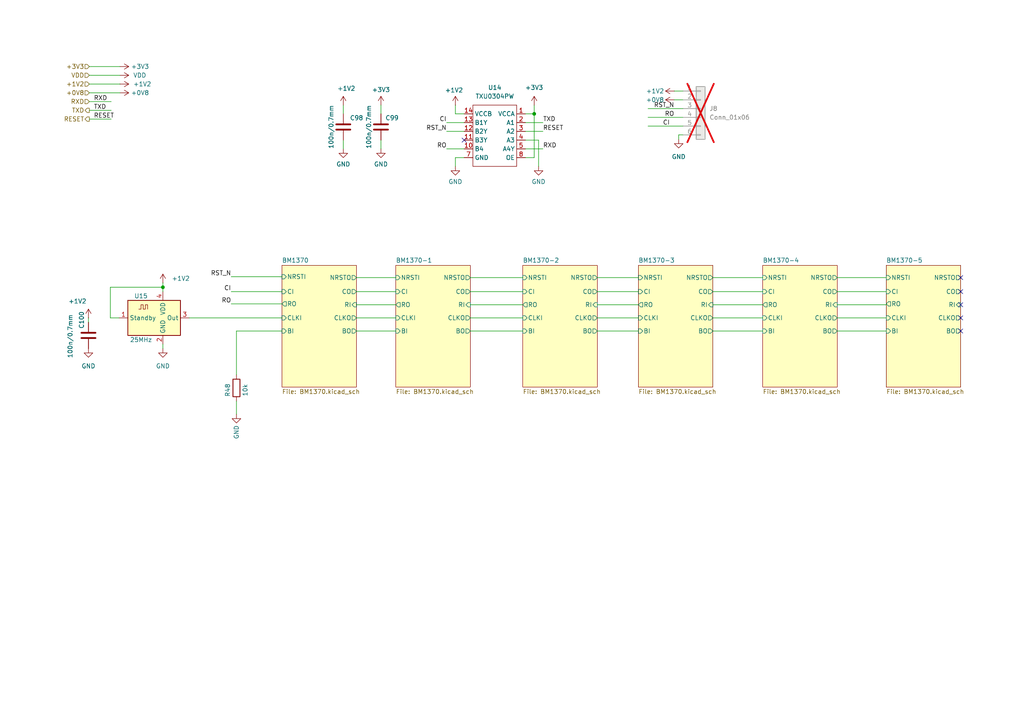
<source format=kicad_sch>
(kicad_sch (version 20231120) (generator "eeschema") (generator_version "8.0")
  (paper "A4")
  (lib_symbols
    (symbol "+3V3_1" (power) (pin_numbers hide) (pin_names (offset 0) hide)
      (property "Value" "+3V3" (at 0 3.556 0))
      (symbol "+3V3_1_0_1"
        (polyline (pts (xy -0.762 1.27) (xy 0 2.54)))
        (polyline (pts (xy 0 0) (xy 0 2.54)))
        (polyline (pts (xy 0 2.54) (xy 0.762 1.27)))
      )
      (symbol "+3V3_1_1_1"
        (pin power_in line (at 0 0 90) (length 0) (name "~") (number "1"))
      )
    )
    (symbol "Connector_Generic:Conn_01x06" (pin_names (offset 1.016) hide)
      (property "Reference" "J" (at 0 7.62 0))
      (property "Value" "Conn_01x06" (at 0 -10.16 0))
      (symbol "Conn_01x06_1_1"
        (rectangle (start -1.27 -7.493) (end 0 -7.747) (stroke (width 0.1524)))
        (rectangle (start -1.27 -4.953) (end 0 -5.207) (stroke (width 0.1524)))
        (rectangle (start -1.27 -2.413) (end 0 -2.667) (stroke (width 0.1524)))
        (rectangle (start -1.27 0.127) (end 0 -0.127) (stroke (width 0.1524)))
        (rectangle (start -1.27 2.667) (end 0 2.413) (stroke (width 0.1524)))
        (rectangle (start -1.27 5.207) (end 0 4.953) (stroke (width 0.1524)))
        (rectangle (start -1.27 6.35) (end 1.27 -8.89) (stroke (width 0.254)) (fill (type background)))
        (pin passive line (at -5.08 5.08 0) (length 3.81) (name "Pin_1") (number "1"))
        (pin passive line (at -5.08 2.54 0) (length 3.81) (name "Pin_2") (number "2"))
        (pin passive line (at -5.08 0 0) (length 3.81) (name "Pin_3") (number "3"))
        (pin passive line (at -5.08 -2.54 0) (length 3.81) (name "Pin_4") (number "4"))
        (pin passive line (at -5.08 -5.08 0) (length 3.81) (name "Pin_5") (number "5"))
        (pin passive line (at -5.08 -7.62 0) (length 3.81) (name "Pin_6") (number "6"))
      )
    )
    (symbol "Device:C" (pin_numbers hide) (pin_names (offset 0.254))
      (property "Reference" "C" (at 0.635 2.54 0))
      (property "Value" "C" (at 0.635 -2.54 0))
      (symbol "C_0_1"
        (polyline (pts (xy -2.032 -0.762) (xy 2.032 -0.762)) (stroke (width 0.508)))
        (polyline (pts (xy -2.032 0.762) (xy 2.032 0.762)) (stroke (width 0.508)))
      )
      (symbol "C_1_1"
        (pin passive line (at 0 3.81 270) (length 2.794) (name "~") (number "1"))
        (pin passive line (at 0 -3.81 90) (length 2.794) (name "~") (number "2"))
      )
    )
    (symbol "Device:R" (pin_numbers hide) (pin_names (offset 0))
      (property "Reference" "R" (at 2.032 0 90))
      (property "Value" "R" (at 0 0 90))
      (symbol "R_0_1"
        (rectangle (start -1.016 -2.54) (end 1.016 2.54) (stroke (width 0.254)))
      )
      (symbol "R_1_1"
        (pin passive line (at 0 3.81 270) (length 1.27) (name "~") (number "1"))
        (pin passive line (at 0 -3.81 90) (length 1.27) (name "~") (number "2"))
      )
    )
    (symbol "GND_2" (power) (pin_names (offset 0))
      (property "Value" "GND_2" (at 0 -3.81 0))
      (symbol "GND_2_0_1"
        (polyline (pts (xy 0 0) (xy 0 -1.27) (xy 1.27 -1.27) (xy 0 -2.54) (xy -1.27 -1.27) (xy 0 -1.27)))
      )
      (symbol "GND_2_1_1"
        (pin power_in line (at 0 0 270) (length 0) hide (name "GND") (number "1"))
      )
    )
    (symbol "GND_3" (power) (pin_names (offset 0))
      (property "Value" "GND_3" (at 0 -3.81 0))
      (symbol "GND_3_0_1"
        (polyline (pts (xy 0 0) (xy 0 -1.27) (xy 1.27 -1.27) (xy 0 -2.54) (xy -1.27 -1.27) (xy 0 -1.27)))
      )
      (symbol "GND_3_1_1"
        (pin power_in line (at 0 0 270) (length 0) hide (name "GND") (number "1"))
      )
    )
    (symbol "GND_4" (power) (pin_names (offset 0))
      (property "Value" "GND_4" (at 0 -3.81 0))
      (symbol "GND_4_0_1"
        (polyline (pts (xy 0 0) (xy 0 -1.27) (xy 1.27 -1.27) (xy 0 -2.54) (xy -1.27 -1.27) (xy 0 -1.27)))
      )
      (symbol "GND_4_1_1"
        (pin power_in line (at 0 0 270) (length 0) hide (name "GND") (number "1"))
      )
    )
    (symbol "GND_5" (power) (pin_names (offset 0))
      (property "Value" "GND_5" (at 0 -3.81 0))
      (symbol "GND_5_0_1"
        (polyline (pts (xy 0 0) (xy 0 -1.27) (xy 1.27 -1.27) (xy 0 -2.54) (xy -1.27 -1.27) (xy 0 -1.27)))
      )
      (symbol "GND_5_1_1"
        (pin power_in line (at 0 0 270) (length 0) hide (name "GND") (number "1"))
      )
    )
    (symbol "GND_8" (power) (pin_names (offset 0))
      (property "Value" "GND_8" (at 0 -3.81 0))
      (symbol "GND_8_0_1"
        (polyline (pts (xy 0 0) (xy 0 -1.27) (xy 1.27 -1.27) (xy 0 -2.54) (xy -1.27 -1.27) (xy 0 -1.27)))
      )
      (symbol "GND_8_1_1"
        (pin power_in line (at 0 0 270) (length 0) hide (name "GND") (number "1"))
      )
    )
    (symbol "Oscillator:ASDMB-xxxMHz"
      (property "Reference" "U" (at -6.35 6.35 0))
      (property "Value" "ASDMB-xxxMHz" (at 11.43 6.35 0))
      (symbol "ASDMB-xxxMHz_1_1"
        (rectangle (start -7.62 5.08) (end 7.62 -5.08) (stroke (width 0.254)) (fill (type background)))
        (polyline (pts (xy -4.445 2.54) (xy -3.81 2.54) (xy -3.81 3.81) (xy -3.175 3.81) (xy -3.175 2.54) (xy -2.54 2.54) (xy -2.54 3.81) (xy -1.905 3.81) (xy -1.905 2.54)))
        (pin input line (at -10.16 0 0) (length 2.54) (name "Standby") (number "1"))
        (pin power_in line (at 2.54 -7.62 90) (length 2.54) (name "GND") (number "2"))
        (pin output line (at 10.16 0 180) (length 2.54) (name "Out") (number "3"))
        (pin power_in line (at 2.54 7.62 270) (length 2.54) (name "VDD") (number "4"))
      )
    )
    (symbol "mylib7:+0V8" (power) (exclude_from_sim yes) (in_bom no) (on_board no)
      (property "Value" "+0V8" (at 0 3.175 90))
      (symbol "+0V8_0_1"
        (polyline (pts (xy -0.762 1.27) (xy 0 2.54)))
        (polyline (pts (xy 0 0) (xy 0 2.54)))
        (polyline (pts (xy 0 2.54) (xy 0.762 1.27)))
      )
      (symbol "+0V8_1_1"
        (pin power_in line (at 0 0 90) (length 0) hide (name "+0V8") (number "1"))
      )
    )
    (symbol "mylib7:TXU0304"
      (property "Reference" "U" (at -1.27 8.382 0))
      (property "Value" "TXU0304PW" (at -10.16 2.54 0))
      (symbol "TXU0304_0_1"
        (rectangle (start -7.62 7.62) (end 5.08 -10.16))
      )
      (symbol "TXU0304_1_1"
        (pin power_in line (at -10.16 5.08 0) (length 2.54) (name "VCCA") (number "1"))
        (pin input line (at 7.62 -5.08 180) (length 2.54) (name "B4") (number "10"))
        (pin output line (at 7.62 -2.54 180) (length 2.54) (name "B3Y") (number "11"))
        (pin output line (at 7.62 0 180) (length 2.54) (name "B2Y") (number "12"))
        (pin output line (at 7.62 2.54 180) (length 2.54) (name "B1Y") (number "13"))
        (pin power_in line (at 7.62 5.08 180) (length 2.54) (name "VCCB") (number "14"))
        (pin input line (at -10.16 2.54 0) (length 2.54) (name "A1") (number "2"))
        (pin input line (at -10.16 0 0) (length 2.54) (name "A2") (number "3"))
        (pin input line (at -10.16 -2.54 0) (length 2.54) (name "A3") (number "4"))
        (pin output line (at -10.16 -5.08 0) (length 2.54) (name "A4Y") (number "5"))
        (pin passive line (at 7.62 -7.62 180) (length 2.54) (name "GND") (number "7"))
        (pin input line (at -10.16 -7.62 0) (length 2.54) (name "OE") (number "8"))
      )
    )
    (symbol "power:+1V2" (power) (pin_numbers hide) (pin_names (offset 0) hide)
      (property "Value" "+1V2" (at 0 3.556 0))
      (symbol "+1V2_0_1"
        (polyline (pts (xy -0.762 1.27) (xy 0 2.54)))
        (polyline (pts (xy 0 0) (xy 0 2.54)))
        (polyline (pts (xy 0 2.54) (xy 0.762 1.27)))
      )
      (symbol "+1V2_1_1"
        (pin power_in line (at 0 0 90) (length 0) (name "~") (number "1"))
      )
    )
    (symbol "power:+3V3" (power) (pin_names (offset 0))
      (property "Value" "+3V3" (at 0 3.556 0))
      (symbol "+3V3_0_1"
        (polyline (pts (xy -0.762 1.27) (xy 0 2.54)))
        (polyline (pts (xy 0 0) (xy 0 2.54)))
        (polyline (pts (xy 0 2.54) (xy 0.762 1.27)))
      )
      (symbol "+3V3_1_1"
        (pin power_in line (at 0 0 90) (length 0) hide (name "+3V3") (number "1"))
      )
    )
    (symbol "power:GND" (power) (pin_names (offset 0))
      (property "Value" "GND" (at 0 -3.81 0))
      (symbol "GND_0_1"
        (polyline (pts (xy 0 0) (xy 0 -1.27) (xy 1.27 -1.27) (xy 0 -2.54) (xy -1.27 -1.27) (xy 0 -1.27)))
      )
      (symbol "GND_1_1"
        (pin power_in line (at 0 0 270) (length 0) hide (name "GND") (number "1"))
      )
    )
    (symbol "power:VDD" (power) (pin_numbers hide) (pin_names (offset 0) hide)
      (property "Value" "VDD" (at 0 3.556 0))
      (symbol "VDD_0_1"
        (polyline (pts (xy -0.762 1.27) (xy 0 2.54)))
        (polyline (pts (xy 0 0) (xy 0 2.54)))
        (polyline (pts (xy 0 2.54) (xy 0.762 1.27)))
      )
      (symbol "VDD_1_1"
        (pin power_in line (at 0 0 90) (length 0) (name "~") (number "1"))
      )
    )
  )
  (junction (at 154.94 33.02))
  (junction (at 47.244 83.312))
  (no_connect (at 278.638 92.202))
  (no_connect (at 278.638 80.518))
  (no_connect (at 278.638 84.582))
  (no_connect (at 134.62 40.64))
  (no_connect (at 278.638 96.012))
  (no_connect (at 278.638 88.392))
  (wire (pts (xy 257.048 88.392) (xy 257.048 88.138)))
  (wire (pts (xy 196.85 39.116) (xy 198.12 39.116)))
  (wire (pts (xy 103.378 84.582) (xy 114.808 84.582)))
  (wire (pts (xy 47.244 99.822) (xy 47.244 101.092)))
  (wire (pts (xy 67.056 88.138) (xy 81.788 88.138)))
  (wire (pts (xy 47.244 83.312) (xy 47.244 84.582)))
  (wire (pts (xy 257.048 92.202) (xy 242.824 92.202)))
  (wire (pts (xy 129.54 35.56) (xy 134.62 35.56)))
  (wire (pts (xy 68.58 96.012) (xy 81.788 96.012)))
  (wire (pts (xy 136.398 80.518) (xy 151.638 80.518)))
  (wire (pts (xy 110.49 40.64) (xy 110.49 43.18)))
  (wire (pts (xy 68.58 120.142) (xy 68.58 116.332)))
  (wire (pts (xy 221.234 96.012) (xy 206.756 96.012)))
  (wire (pts (xy 152.4 35.56) (xy 157.48 35.56)))
  (wire (pts (xy 25.908 24.384) (xy 34.798 24.384)))
  (wire (pts (xy 99.568 40.64) (xy 99.568 43.18)))
  (wire (pts (xy 154.94 33.02) (xy 152.4 33.02)))
  (wire (pts (xy 206.756 80.518) (xy 221.234 80.518)))
  (wire (pts (xy 195.58 28.956) (xy 198.12 28.956)))
  (wire (pts (xy 136.398 96.012) (xy 151.638 96.012)))
  (wire (pts (xy 47.244 82.042) (xy 47.244 83.312)))
  (wire (pts (xy 99.568 30.48) (xy 99.568 33.02)))
  (wire (pts (xy 221.234 88.392) (xy 206.756 88.392)))
  (wire (pts (xy 103.378 92.202) (xy 114.808 92.202)))
  (wire (pts (xy 257.048 84.582) (xy 242.824 84.582)))
  (wire (pts (xy 25.908 26.924) (xy 34.798 26.924)))
  (wire (pts (xy 103.378 88.392) (xy 114.808 88.392)))
  (wire (pts (xy 32.004 83.312) (xy 32.004 92.202)))
  (wire (pts (xy 67.056 84.582) (xy 81.788 84.582)))
  (wire (pts (xy 187.96 36.576) (xy 198.12 36.576)))
  (wire (pts (xy 32.004 92.202) (xy 34.544 92.202)))
  (wire (pts (xy 187.96 31.496) (xy 198.12 31.496)))
  (wire (pts (xy 132.08 45.72) (xy 132.08 48.26)))
  (wire (pts (xy 103.378 80.518) (xy 114.808 80.518)))
  (wire (pts (xy 136.398 84.582) (xy 151.638 84.582)))
  (wire (pts (xy 187.96 34.036) (xy 198.12 34.036)))
  (wire (pts (xy 242.824 96.012) (xy 257.048 96.012)))
  (wire (pts (xy 195.58 26.416) (xy 198.12 26.416)))
  (wire (pts (xy 173.228 84.582) (xy 185.166 84.582)))
  (wire (pts (xy 173.228 96.012) (xy 185.166 96.012)))
  (wire (pts (xy 154.94 45.72) (xy 154.94 33.02)))
  (wire (pts (xy 25.908 29.464) (xy 32.258 29.464)))
  (wire (pts (xy 156.21 48.26) (xy 156.21 40.64)))
  (wire (pts (xy 25.908 19.304) (xy 34.798 19.304)))
  (wire (pts (xy 25.908 21.844) (xy 34.798 21.844)))
  (wire (pts (xy 134.62 45.72) (xy 132.08 45.72)))
  (wire (pts (xy 173.228 92.202) (xy 185.166 92.202)))
  (wire (pts (xy 103.378 96.012) (xy 114.808 96.012)))
  (wire (pts (xy 173.228 88.392) (xy 185.166 88.392)))
  (wire (pts (xy 173.228 80.518) (xy 185.166 80.518)))
  (wire (pts (xy 152.4 43.18) (xy 157.48 43.18)))
  (wire (pts (xy 154.94 30.48) (xy 154.94 33.02)))
  (wire (pts (xy 136.398 92.202) (xy 151.638 92.202)))
  (wire (pts (xy 110.49 30.48) (xy 110.49 33.02)))
  (wire (pts (xy 242.824 88.392) (xy 257.048 88.392)))
  (wire (pts (xy 25.654 92.202) (xy 25.654 93.472)))
  (wire (pts (xy 54.864 92.202) (xy 81.788 92.202)))
  (wire (pts (xy 25.908 34.544) (xy 32.258 34.544)))
  (wire (pts (xy 25.908 32.004) (xy 32.258 32.004)))
  (wire (pts (xy 196.85 40.386) (xy 196.85 39.116)))
  (wire (pts (xy 47.244 83.312) (xy 32.004 83.312)))
  (wire (pts (xy 132.08 33.02) (xy 134.62 33.02)))
  (wire (pts (xy 68.58 108.712) (xy 68.58 96.012)))
  (wire (pts (xy 152.4 45.72) (xy 154.94 45.72)))
  (wire (pts (xy 242.824 80.518) (xy 257.048 80.518)))
  (wire (pts (xy 206.756 92.202) (xy 221.234 92.202)))
  (wire (pts (xy 129.54 43.18) (xy 134.62 43.18)))
  (wire (pts (xy 136.398 88.392) (xy 151.638 88.392)))
  (wire (pts (xy 129.54 38.1) (xy 134.62 38.1)))
  (wire (pts (xy 221.234 84.582) (xy 206.756 84.582)))
  (wire (pts (xy 132.08 30.48) (xy 132.08 33.02)))
  (wire (pts (xy 152.4 38.1) (xy 157.48 38.1)))
  (wire (pts (xy 156.21 40.64) (xy 152.4 40.64)))
  (wire (pts (xy 67.056 80.264) (xy 81.788 80.264)))
  (label "RST_N" (at 67.056 80.264 180))
  (label "TXD" (at 157.48 35.56 0))
  (label "TXD" (at 27.178 32.004 0))
  (label "CI" (at 194.31 36.576 180))
  (label "RXD" (at 157.48 43.18 0))
  (label "RO" (at 67.056 88.138 180))
  (label "RST_N" (at 129.54 38.1 180))
  (label "RO" (at 129.54 43.18 180))
  (label "RST_N" (at 195.58 31.496 180))
  (label "RESET" (at 157.48 38.1 0))
  (label "CI" (at 67.056 84.582 180))
  (label "RESET" (at 27.178 34.544 0))
  (label "RXD" (at 27.178 29.464 0))
  (label "RO" (at 195.58 34.036 180))
  (label "CI" (at 129.54 35.56 180))
  (hierarchical_label "RXD" (shape input) (at 25.908 29.464 180))
  (hierarchical_label "TXD" (shape output) (at 25.908 32.004 180))
  (hierarchical_label "+0V8" (shape input) (at 25.908 26.924 180))
  (hierarchical_label "VDD" (shape input) (at 25.908 21.844 180))
  (hierarchical_label "RESET" (shape output) (at 25.908 34.544 180))
  (hierarchical_label "+1V2" (shape input) (at 25.908 24.384 180))
  (hierarchical_label "+3V3" (shape input) (at 25.908 19.304 180))
  (symbol (lib_name "GND_8") (lib_id "power:GND") (at 196.85 40.386 0) (unit 1)
    (property "Reference" "#PWR0182" (effects (hide yes)))
    (property "Value" "GND" (at 196.85 45.466 0))
  )
  (symbol (lib_id "power:GND") (at 99.568 43.18 0) (mirror y) (unit 1)
    (property "Reference" "#PWR0174" (effects (hide yes)))
    (property "Value" "GND" (at 99.568 47.625 0))
  )
  (symbol (lib_id "Connector_Generic:Conn_01x06") (at 203.2 31.496 0) (unit 1) (in_bom no) (dnp yes)
    (property "Reference" "J8" (at 205.74 31.496 0) (effects (justify left)))
    (property "Value" "Conn_01x06" (at 205.74 34.036 0) (effects (justify left)))
    (property "Footprint" "Connector_PinHeader_1.27mm:PinHeader_1x06_P1.27mm_Vertical" (effects (hide yes)))
    (property "Distributor" "-" (effects (hide yes)))
  )
  (symbol (lib_id "power:GND") (at 110.49 43.18 0) (mirror y) (unit 1)
    (property "Reference" "#PWR0176" (effects (hide yes)))
    (property "Value" "GND" (at 110.49 47.625 0))
  )
  (symbol (lib_id "power:VDD") (at 34.798 21.844 270) (unit 1)
    (property "Reference" "#PWR0184" (effects (hide yes)))
    (property "Value" "VDD" (at 38.608 21.8439 90) (effects (justify left)))
    (property "Description" "Power symbol creates a global label with name \"VDD\"" (effects (hide yes)))
  )
  (symbol (lib_id "power:+1V2") (at 99.568 30.48 0) (unit 1)
    (property "Reference" "#PWR0173" (effects (hide yes)))
    (property "Value" "+1V2" (at 97.79 25.654 0) (effects (justify left)))
    (property "Description" "Power symbol creates a global label with name \"+1V2\"" (effects (hide yes)))
  )
  (symbol (lib_name "+3V3_1") (lib_id "power:+3V3") (at 154.94 30.48 0) (unit 1)
    (property "Reference" "#PWR0179" (effects (hide yes)))
    (property "Value" "+3V3" (at 154.94 25.4 0))
    (property "Description" "Power symbol creates a global label with name \"+3V3\"" (effects (hide yes)))
  )
  (symbol (lib_id "power:+3V3") (at 34.798 19.304 270) (unit 1)
    (property "Reference" "#PWR0183" (effects (hide yes)))
    (property "Value" "+3V3" (at 37.973 19.304 90) (effects (justify left)))
  )
  (symbol (lib_id "power:+1V2") (at 132.08 30.48 0) (unit 1)
    (property "Reference" "#PWR0177" (effects (hide yes)))
    (property "Value" "+1V2" (at 129.032 26.162 0) (effects (justify left)))
    (property "Description" "Power symbol creates a global label with name \"+1V2\"" (effects (hide yes)))
  )
  (symbol (lib_name "GND_2") (lib_id "power:GND") (at 25.654 101.092 0) (unit 1)
    (property "Reference" "#PWR0187" (effects (hide yes)))
    (property "Value" "GND" (at 25.654 106.172 0))
  )
  (symbol (lib_name "GND_4") (lib_id "power:GND") (at 68.58 120.142 0) (unit 1)
    (property "Reference" "#PWR0328" (effects (hide yes)))
    (property "Value" "GND" (at 68.58 123.317 90) (effects (justify right)))
  )
  (symbol (lib_id "power:+3V3") (at 110.49 30.48 0) (unit 1)
    (property "Reference" "#PWR0175" (effects (hide yes)))
    (property "Value" "+3V3" (at 110.49 26.035 0))
  )
  (symbol (lib_name "GND_5") (lib_id "power:GND") (at 156.21 48.26 0) (unit 1)
    (property "Reference" "#PWR0180" (effects (hide yes)))
    (property "Value" "GND" (at 156.21 52.705 0))
  )
  (symbol (lib_id "mylib7:+0V8") (at 34.798 26.924 270) (unit 1)
    (property "Reference" "#U04" (effects (hide yes)))
    (property "Value" "+0V8" (at 37.973 26.924 90) (effects (justify left)))
    (property "Distributor" "-" (effects (hide yes)))
  )
  (symbol (lib_id "power:+1V2") (at 195.58 26.416 90) (unit 1)
    (property "Reference" "#PWR0181" (effects (hide yes)))
    (property "Value" "+1V2" (at 189.992 26.416 90))
    (property "Description" "Power symbol creates a global label with name \"+1V2\"" (effects (hide yes)))
  )
  (symbol (lib_id "mylib7:TXU0304") (at 142.24 38.1 0) (mirror y) (unit 1)
    (property "Reference" "U14" (at 143.51 25.4 0))
    (property "Value" "TXU0304PW" (at 143.51 27.94 0))
    (property "Footprint" "Package_SO:TSSOP-14-1EP_4.4x5mm_P0.65mm" (effects (hide yes)))
    (property "Description" "IC TRANSLATOR UNIDIR 14TSSOP" (effects (hide yes)))
    (property "Distributor" "D" (effects (hide yes)))
    (property "Manufacturer" "TXU0304PWR" (effects (hide yes)))
    (property "OrderNr" "296-TXU0304PWRCT-ND" (effects (hide yes)))
    (property "Brand" "Texas Instruments" (effects (hide yes)))
  )
  (symbol (lib_name "GND_5") (lib_id "power:GND") (at 132.08 48.26 0) (unit 1)
    (property "Reference" "#PWR0178" (effects (hide yes)))
    (property "Value" "GND" (at 132.08 52.705 0))
  )
  (symbol (lib_id "power:+1V2") (at 47.244 82.042 0) (unit 1)
    (property "Reference" "#PWR0188" (effects (hide yes)))
    (property "Value" "+1V2" (at 49.784 80.7719 0) (effects (justify left)))
    (property "Description" "Power symbol creates a global label with name \"+1V2\"" (effects (hide yes)))
  )
  (symbol (lib_id "Device:C") (at 25.654 97.282 0) (unit 1)
    (property "Reference" "C100" (at 24.384 95.377 90) (effects (justify left bottom)))
    (property "Value" "100n/0.7mm" (at 21.082 103.886 90) (effects (justify left bottom)))
    (property "Footprint" "Capacitor_SMD:C_0805_2012Metric" (effects (hide yes)))
    (property "Description" "CAP CER 0.1UF 50V X7R 0805" (effects (hide yes)))
    (property "Distributor" "D" (effects (hide yes)))
    (property "Manufacturer" "AC0805KRX7R9BB104" (effects (hide yes)))
    (property "OrderNr" "311-3037-1-ND" (effects (hide yes)))
    (property "Brand" "YAGEO" (effects (hide yes)))
    (property "Size" "0805" (effects (hide yes)))
  )
  (symbol (lib_id "mylib7:+0V8") (at 195.58 28.956 90) (unit 1)
    (property "Reference" "#U03" (effects (hide yes)))
    (property "Value" "+0V8" (at 187.325 28.956 90) (effects (justify right)))
    (property "Distributor" "-" (effects (hide yes)))
  )
  (symbol (lib_id "power:+1V2") (at 25.654 92.202 0) (unit 1)
    (property "Reference" "#PWR0186" (effects (hide yes)))
    (property "Value" "+1V2" (at 19.812 87.376 0) (effects (justify left)))
    (property "Description" "Power symbol creates a global label with name \"+1V2\"" (effects (hide yes)))
  )
  (symbol (lib_id "power:+1V2") (at 34.798 24.384 270) (unit 1)
    (property "Reference" "#PWR0185" (effects (hide yes)))
    (property "Value" "+1V2" (at 38.608 24.3839 90) (effects (justify left)))
    (property "Description" "Power symbol creates a global label with name \"+1V2\"" (effects (hide yes)))
  )
  (symbol (lib_id "Device:C") (at 110.49 36.83 0) (unit 1)
    (property "Reference" "C99" (at 111.76 34.925 0) (effects (justify left bottom)))
    (property "Value" "100n/0.7mm" (at 107.696 43.18 90) (effects (justify left bottom)))
    (property "Footprint" "Capacitor_SMD:C_0805_2012Metric" (effects (hide yes)))
    (property "Description" "CAP CER 0.1UF 50V X7R 0805" (effects (hide yes)))
    (property "Distributor" "D" (effects (hide yes)))
    (property "Manufacturer" "AC0805KRX7R9BB104" (effects (hide yes)))
    (property "OrderNr" "311-3037-1-ND" (effects (hide yes)))
    (property "Brand" "YAGEO" (effects (hide yes)))
    (property "Size" "0805" (effects (hide yes)))
  )
  (symbol (lib_id "Oscillator:ASDMB-xxxMHz") (at 44.704 92.202 0) (unit 1)
    (property "Reference" "U15" (at 40.894 85.852 0))
    (property "Value" "25MHz" (at 40.894 98.552 0))
    (property "Footprint" "Oscillator:Oscillator_SMD_EuroQuartz_XO32-4Pin_3.2x2.5mm" (effects (hide yes)))
    (property "Datasheet" "https://portal.iqdfrequencyproducts.com/products/pn/LFSPXO076024Reel.pdf" (effects (hide yes)))
    (property "Description" "XTAL OSC XO 25.0000MHZ CMOS SMD" (effects (hide yes)))
    (property "OrderNr" "1923-1664-1-ND" (effects (hide yes)))
    (property "Distributor" "D" (effects (hide yes)))
    (property "Manufacturer" "LFSPXO076024" (effects (hide yes)))
    (property "Brand" "IQD Frequency Products" (effects (hide yes)))
  )
  (symbol (lib_id "Device:R") (at 68.58 112.522 180) (unit 1)
    (property "Reference" "R48" (at 66.04 113.157 90))
    (property "Value" "10k" (at 71.12 113.157 90))
    (property "Footprint" "Resistor_SMD:R_0805_2012Metric" (effects (hide yes)))
    (property "Description" "RES 10K OHM 1% 1/8W 0805" (effects (hide yes)))
    (property "Manufacturer" "RMCF0805FT10K0" (effects (hide yes)))
    (property "OrderNr" "RMCF0805FT10K0CT-ND" (effects (hide yes)))
    (property "Distributor" "D" (effects (hide yes)))
    (property "Brand" "Stackpole Electronics Inc" (effects (hide yes)))
    (property "Size" "0805" (effects (hide yes)))
  )
  (symbol (lib_name "GND_3") (lib_id "power:GND") (at 47.244 101.092 0) (unit 1)
    (property "Reference" "#PWR0189" (effects (hide yes)))
    (property "Value" "GND" (at 47.244 106.172 0))
  )
  (symbol (lib_id "Device:C") (at 99.568 36.83 0) (unit 1)
    (property "Reference" "C98" (at 101.473 34.925 0) (effects (justify left bottom)))
    (property "Value" "100n/0.7mm" (at 96.774 43.18 90) (effects (justify left bottom)))
    (property "Footprint" "Capacitor_SMD:C_0805_2012Metric" (effects (hide yes)))
    (property "Description" "CAP CER 0.1UF 50V X7R 0805" (effects (hide yes)))
    (property "Distributor" "D" (effects (hide yes)))
    (property "Manufacturer" "AC0805KRX7R9BB104" (effects (hide yes)))
    (property "OrderNr" "311-3037-1-ND" (effects (hide yes)))
    (property "Brand" "YAGEO" (effects (hide yes)))
    (property "Size" "0805" (effects (hide yes)))
  )
  (sheet (at 151.638 76.962) (size 21.59 35.306) (stroke (width 0.1524) (color 132 0 0 1)) (fill (color 255 255 194 1.0000))
    (property "Sheetname" "BM1370-2" (at 151.638 76.2504 0) (effects (justify left bottom)))
    (property "Sheetfile" "BM1370.kicad_sch" (at 151.638 112.8526 0) (effects (justify left top)))
    (pin "NRSTI" input (at 151.638 80.518 180))
    (pin "RO" output (at 151.638 88.392 180))
    (pin "CI" input (at 151.638 84.582 180))
    (pin "CLKI" input (at 151.638 92.202 180))
    (pin "BI" input (at 151.638 96.012 180))
    (pin "CO" output (at 173.228 84.582 0))
    (pin "RI" input (at 173.228 88.392 0))
    (pin "NRSTO" output (at 173.228 80.518 0))
    (pin "BO" output (at 173.228 96.012 0))
    (pin "CLKO" output (at 173.228 92.202 0))
  )
  (sheet (at 114.808 76.962) (size 21.59 35.306) (stroke (width 0.1524) (color 132 0 0 1)) (fill (color 255 255 194 1.0000))
    (property "Sheetname" "BM1370-1" (at 114.808 76.2504 0) (effects (justify left bottom)))
    (property "Sheetfile" "BM1370.kicad_sch" (at 114.808 112.8526 0) (effects (justify left top)))
    (pin "NRSTI" input (at 114.808 80.518 180))
    (pin "RO" output (at 114.808 88.392 180))
    (pin "CI" input (at 114.808 84.582 180))
    (pin "CLKI" input (at 114.808 92.202 180))
    (pin "BI" input (at 114.808 96.012 180))
    (pin "CO" output (at 136.398 84.582 0))
    (pin "RI" input (at 136.398 88.392 0))
    (pin "NRSTO" output (at 136.398 80.518 0))
    (pin "BO" output (at 136.398 96.012 0))
    (pin "CLKO" output (at 136.398 92.202 0))
  )
  (sheet (at 81.788 76.962) (size 21.59 35.306) (stroke (width 0.1524) (color 132 0 0 1)) (fill (color 255 255 194 1.0000))
    (property "Sheetname" "BM1370" (at 81.788 76.2504 0) (effects (justify left bottom)))
    (property "Sheetfile" "BM1370.kicad_sch" (at 81.788 112.8526 0) (effects (justify left top)))
    (pin "NRSTI" input (at 81.788 80.264 180))
    (pin "RO" output (at 81.788 88.138 180))
    (pin "CI" input (at 81.788 84.582 180))
    (pin "CLKI" input (at 81.788 92.202 180))
    (pin "BI" input (at 81.788 96.012 180))
    (pin "CO" output (at 103.378 84.582 0))
    (pin "RI" input (at 103.378 88.392 0))
    (pin "NRSTO" output (at 103.378 80.518 0))
    (pin "BO" output (at 103.378 96.012 0))
    (pin "CLKO" output (at 103.378 92.202 0))
  )
  (sheet (at 221.234 76.962) (size 21.59 35.306) (stroke (width 0.1524) (color 132 0 0 1)) (fill (color 255 255 194 1.0000))
    (property "Sheetname" "BM1370-4" (at 221.234 76.2504 0) (effects (justify left bottom)))
    (property "Sheetfile" "BM1370.kicad_sch" (at 221.234 112.8526 0) (effects (justify left top)))
    (pin "NRSTI" input (at 221.234 80.518 180))
    (pin "RO" output (at 221.234 88.392 180))
    (pin "CI" input (at 221.234 84.582 180))
    (pin "CLKI" input (at 221.234 92.202 180))
    (pin "BI" input (at 221.234 96.012 180))
    (pin "CO" output (at 242.824 84.582 0))
    (pin "RI" input (at 242.824 88.392 0))
    (pin "NRSTO" output (at 242.824 80.518 0))
    (pin "BO" output (at 242.824 96.012 0))
    (pin "CLKO" output (at 242.824 92.202 0))
  )
  (sheet (at 257.048 76.962) (size 21.59 35.306) (stroke (width 0.1524) (color 132 0 0 1)) (fill (color 255 255 194 1.0000))
    (property "Sheetname" "BM1370-5" (at 257.048 76.2504 0) (effects (justify left bottom)))
    (property "Sheetfile" "BM1370.kicad_sch" (at 257.048 112.8526 0) (effects (justify left top)))
    (pin "NRSTI" input (at 257.048 80.518 180))
    (pin "RO" output (at 257.048 88.138 180))
    (pin "CI" input (at 257.048 84.582 180))
    (pin "CLKI" input (at 257.048 92.202 180))
    (pin "BI" input (at 257.048 96.012 180))
    (pin "CO" output (at 278.638 84.582 0))
    (pin "RI" input (at 278.638 88.392 0))
    (pin "NRSTO" output (at 278.638 80.518 0))
    (pin "BO" output (at 278.638 96.012 0))
    (pin "CLKO" output (at 278.638 92.202 0))
  )
  (sheet (at 185.166 76.962) (size 21.59 35.306) (stroke (width 0.1524) (color 132 0 0 1)) (fill (color 255 255 194 1.0000))
    (property "Sheetname" "BM1370-3" (at 185.166 76.2504 0) (effects (justify left bottom)))
    (property "Sheetfile" "BM1370.kicad_sch" (at 185.166 112.8526 0) (effects (justify left top)))
    (pin "NRSTI" input (at 185.166 80.518 180))
    (pin "RO" output (at 185.166 88.392 180))
    (pin "CI" input (at 185.166 84.582 180))
    (pin "CLKI" input (at 185.166 92.202 180))
    (pin "BI" input (at 185.166 96.012 180))
    (pin "CO" output (at 206.756 84.582 0))
    (pin "RI" input (at 206.756 88.392 0))
    (pin "NRSTO" output (at 206.756 80.518 0))
    (pin "BO" output (at 206.756 96.012 0))
    (pin "CLKO" output (at 206.756 92.202 0))
  )
)
</source>
